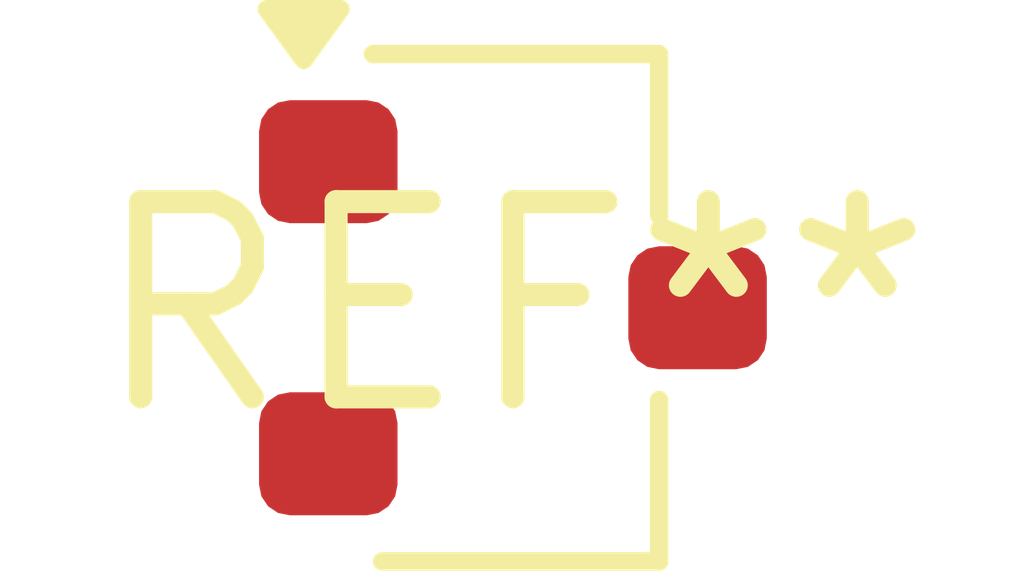
<source format=kicad_pcb>
(kicad_pcb (version 20240108) (generator pcbnew)
  (layers (0 "F.Cu" signal) (31 "B.Cu" signal) (34 "B.Paste" user) (35 "F.Paste" user) (36 "B.SilkS" user "B.Silkscreen") (37 "F.SilkS" user "F.Silkscreen") (38 "B.Mask" user) (39 "F.Mask" user) (44 "Edge.Cuts" user))
  (net 0 "")
  (footprint "SC-59" (layer "F.Cu") (at 0 0)
    (property "Reference" "REF**")
    (property "Value" "SC-59")
    (fp_line (start -0.91 -1.65) (end 0.95 -1.65) (layer "F.SilkS") (stroke (width 0.12)))
    (fp_line (start -0.85 1.65) (end 0.95 1.65) (layer "F.SilkS") (stroke (width 0.12)))
    (fp_line (start 0.95 -1.65) (end 0.95 -0.6) (layer "F.SilkS") (stroke (width 0.12)))
    (fp_line (start 0.95 1.65) (end 0.95 0.6) (layer "F.SilkS") (stroke (width 0.12)))
    (fp_poly (pts (xy -1.36 -1.611676) (xy -1.12 -1.941676) (xy -1.6 -1.941676) (xy -1.36 -1.611676)) (layer "F.SilkS") (stroke (width 0.12)) (fill solid))
    (pad "1" smd roundrect (at -1.2 -0.95) (size 0.9 0.8) (layers "F.Cu" "F.Paste" "F.Mask"))
    (pad "2" smd roundrect (at -1.2 0.95) (size 0.9 0.8) (layers "F.Cu" "F.Paste" "F.Mask"))
    (pad "3" smd roundrect (at 1.2 0) (size 0.9 0.8) (layers "F.Cu" "F.Paste" "F.Mask"))
  )
)
</source>
